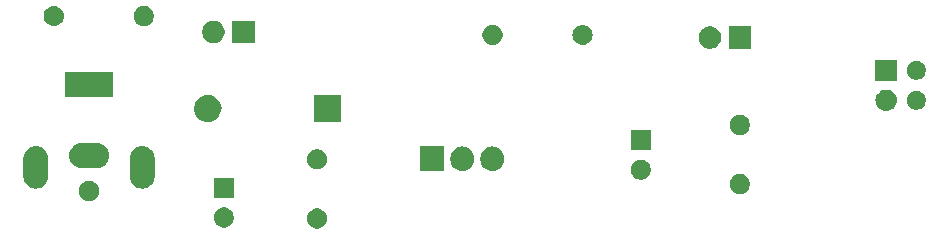
<source format=gbr>
%TF.GenerationSoftware,KiCad,Pcbnew,5.1.4-3.fc30*%
%TF.CreationDate,2019-10-13T17:17:29+02:00*%
%TF.ProjectId,power_supply_5V,706f7765-725f-4737-9570-706c795f3556,1.2*%
%TF.SameCoordinates,Original*%
%TF.FileFunction,Soldermask,Bot*%
%TF.FilePolarity,Negative*%
%FSLAX46Y46*%
G04 Gerber Fmt 4.6, Leading zero omitted, Abs format (unit mm)*
G04 Created by KiCad (PCBNEW 5.1.4-3.fc30) date 2019-10-13 17:17:29*
%MOMM*%
%LPD*%
G04 APERTURE LIST*
%ADD10C,0.150000*%
G04 APERTURE END LIST*
D10*
G36*
X99638428Y-98241703D02*
G01*
X99793300Y-98305853D01*
X99932681Y-98398985D01*
X100051215Y-98517519D01*
X100144347Y-98656900D01*
X100208497Y-98811772D01*
X100241200Y-98976184D01*
X100241200Y-99143816D01*
X100208497Y-99308228D01*
X100144347Y-99463100D01*
X100051215Y-99602481D01*
X99932681Y-99721015D01*
X99793300Y-99814147D01*
X99638428Y-99878297D01*
X99474016Y-99911000D01*
X99306384Y-99911000D01*
X99141972Y-99878297D01*
X98987100Y-99814147D01*
X98847719Y-99721015D01*
X98729185Y-99602481D01*
X98636053Y-99463100D01*
X98571903Y-99308228D01*
X98539200Y-99143816D01*
X98539200Y-98976184D01*
X98571903Y-98811772D01*
X98636053Y-98656900D01*
X98729185Y-98517519D01*
X98847719Y-98398985D01*
X98987100Y-98305853D01*
X99141972Y-98241703D01*
X99306384Y-98209000D01*
X99474016Y-98209000D01*
X99638428Y-98241703D01*
X99638428Y-98241703D01*
G37*
G36*
X91739028Y-98165503D02*
G01*
X91893900Y-98229653D01*
X92033281Y-98322785D01*
X92151815Y-98441319D01*
X92244947Y-98580700D01*
X92309097Y-98735572D01*
X92341800Y-98899984D01*
X92341800Y-99067616D01*
X92309097Y-99232028D01*
X92244947Y-99386900D01*
X92151815Y-99526281D01*
X92033281Y-99644815D01*
X91893900Y-99737947D01*
X91739028Y-99802097D01*
X91574616Y-99834800D01*
X91406984Y-99834800D01*
X91242572Y-99802097D01*
X91087700Y-99737947D01*
X90948319Y-99644815D01*
X90829785Y-99526281D01*
X90736653Y-99386900D01*
X90672503Y-99232028D01*
X90639800Y-99067616D01*
X90639800Y-98899984D01*
X90672503Y-98735572D01*
X90736653Y-98580700D01*
X90829785Y-98441319D01*
X90948319Y-98322785D01*
X91087700Y-98229653D01*
X91242572Y-98165503D01*
X91406984Y-98132800D01*
X91574616Y-98132800D01*
X91739028Y-98165503D01*
X91739028Y-98165503D01*
G37*
G36*
X80335828Y-95907703D02*
G01*
X80490700Y-95971853D01*
X80630081Y-96064985D01*
X80748615Y-96183519D01*
X80841747Y-96322900D01*
X80905897Y-96477772D01*
X80938600Y-96642184D01*
X80938600Y-96809816D01*
X80905897Y-96974228D01*
X80841747Y-97129100D01*
X80748615Y-97268481D01*
X80630081Y-97387015D01*
X80490700Y-97480147D01*
X80335828Y-97544297D01*
X80171416Y-97577000D01*
X80003784Y-97577000D01*
X79839372Y-97544297D01*
X79684500Y-97480147D01*
X79545119Y-97387015D01*
X79426585Y-97268481D01*
X79333453Y-97129100D01*
X79269303Y-96974228D01*
X79236600Y-96809816D01*
X79236600Y-96642184D01*
X79269303Y-96477772D01*
X79333453Y-96322900D01*
X79426585Y-96183519D01*
X79545119Y-96064985D01*
X79684500Y-95971853D01*
X79839372Y-95907703D01*
X80003784Y-95875000D01*
X80171416Y-95875000D01*
X80335828Y-95907703D01*
X80335828Y-95907703D01*
G37*
G36*
X92341800Y-97334800D02*
G01*
X90639800Y-97334800D01*
X90639800Y-95632800D01*
X92341800Y-95632800D01*
X92341800Y-97334800D01*
X92341800Y-97334800D01*
G37*
G36*
X135427028Y-95320703D02*
G01*
X135581900Y-95384853D01*
X135721281Y-95477985D01*
X135839815Y-95596519D01*
X135932947Y-95735900D01*
X135997097Y-95890772D01*
X136029800Y-96055184D01*
X136029800Y-96222816D01*
X135997097Y-96387228D01*
X135932947Y-96542100D01*
X135839815Y-96681481D01*
X135721281Y-96800015D01*
X135581900Y-96893147D01*
X135427028Y-96957297D01*
X135262616Y-96990000D01*
X135094984Y-96990000D01*
X134930572Y-96957297D01*
X134775700Y-96893147D01*
X134636319Y-96800015D01*
X134517785Y-96681481D01*
X134424653Y-96542100D01*
X134360503Y-96387228D01*
X134327800Y-96222816D01*
X134327800Y-96055184D01*
X134360503Y-95890772D01*
X134424653Y-95735900D01*
X134517785Y-95596519D01*
X134636319Y-95477985D01*
X134775700Y-95384853D01*
X134930572Y-95320703D01*
X135094984Y-95288000D01*
X135262616Y-95288000D01*
X135427028Y-95320703D01*
X135427028Y-95320703D01*
G37*
G36*
X84793631Y-92940207D02*
G01*
X84922287Y-92979235D01*
X84991748Y-93000306D01*
X85040381Y-93026301D01*
X85174329Y-93097897D01*
X85334365Y-93229235D01*
X85465703Y-93389271D01*
X85470202Y-93397689D01*
X85563294Y-93571851D01*
X85563294Y-93571852D01*
X85563295Y-93571854D01*
X85623393Y-93769968D01*
X85638600Y-93924370D01*
X85638600Y-95527630D01*
X85623393Y-95682032D01*
X85622569Y-95684747D01*
X85563294Y-95880149D01*
X85548566Y-95907703D01*
X85465703Y-96062729D01*
X85334365Y-96222765D01*
X85174329Y-96354103D01*
X85112356Y-96387228D01*
X84991749Y-96451694D01*
X84991746Y-96451695D01*
X84793632Y-96511793D01*
X84587600Y-96532085D01*
X84381569Y-96511793D01*
X84183455Y-96451695D01*
X84183452Y-96451694D01*
X84062845Y-96387228D01*
X84000872Y-96354103D01*
X83840836Y-96222765D01*
X83709498Y-96062729D01*
X83660924Y-95971853D01*
X83611905Y-95880146D01*
X83551807Y-95682033D01*
X83536600Y-95527631D01*
X83536600Y-93924370D01*
X83551807Y-93769971D01*
X83551807Y-93769969D01*
X83611905Y-93571855D01*
X83611906Y-93571852D01*
X83647121Y-93505970D01*
X83709497Y-93389271D01*
X83840835Y-93229235D01*
X84000871Y-93097897D01*
X84086625Y-93052061D01*
X84183451Y-93000306D01*
X84252912Y-92979235D01*
X84381568Y-92940207D01*
X84587600Y-92919915D01*
X84793631Y-92940207D01*
X84793631Y-92940207D01*
G37*
G36*
X75793631Y-92940207D02*
G01*
X75922287Y-92979235D01*
X75991748Y-93000306D01*
X76040381Y-93026301D01*
X76174329Y-93097897D01*
X76334365Y-93229235D01*
X76465703Y-93389271D01*
X76470202Y-93397689D01*
X76563294Y-93571851D01*
X76563294Y-93571852D01*
X76563295Y-93571854D01*
X76623393Y-93769968D01*
X76638600Y-93924370D01*
X76638600Y-95527630D01*
X76623393Y-95682032D01*
X76622569Y-95684747D01*
X76563294Y-95880149D01*
X76548566Y-95907703D01*
X76465703Y-96062729D01*
X76334365Y-96222765D01*
X76174329Y-96354103D01*
X76112356Y-96387228D01*
X75991749Y-96451694D01*
X75991746Y-96451695D01*
X75793632Y-96511793D01*
X75587600Y-96532085D01*
X75381569Y-96511793D01*
X75183455Y-96451695D01*
X75183452Y-96451694D01*
X75062845Y-96387228D01*
X75000872Y-96354103D01*
X74840836Y-96222765D01*
X74709498Y-96062729D01*
X74660924Y-95971853D01*
X74611905Y-95880146D01*
X74551807Y-95682033D01*
X74536600Y-95527631D01*
X74536600Y-93924370D01*
X74551807Y-93769971D01*
X74551807Y-93769969D01*
X74611905Y-93571855D01*
X74611906Y-93571852D01*
X74647121Y-93505970D01*
X74709497Y-93389271D01*
X74840835Y-93229235D01*
X75000871Y-93097897D01*
X75086625Y-93052061D01*
X75183451Y-93000306D01*
X75252912Y-92979235D01*
X75381568Y-92940207D01*
X75587600Y-92919915D01*
X75793631Y-92940207D01*
X75793631Y-92940207D01*
G37*
G36*
X127047828Y-94112303D02*
G01*
X127202700Y-94176453D01*
X127342081Y-94269585D01*
X127460615Y-94388119D01*
X127553747Y-94527500D01*
X127617897Y-94682372D01*
X127650600Y-94846784D01*
X127650600Y-95014416D01*
X127617897Y-95178828D01*
X127553747Y-95333700D01*
X127460615Y-95473081D01*
X127342081Y-95591615D01*
X127202700Y-95684747D01*
X127047828Y-95748897D01*
X126883416Y-95781600D01*
X126715784Y-95781600D01*
X126551372Y-95748897D01*
X126396500Y-95684747D01*
X126257119Y-95591615D01*
X126138585Y-95473081D01*
X126045453Y-95333700D01*
X125981303Y-95178828D01*
X125948600Y-95014416D01*
X125948600Y-94846784D01*
X125981303Y-94682372D01*
X126045453Y-94527500D01*
X126138585Y-94388119D01*
X126257119Y-94269585D01*
X126396500Y-94176453D01*
X126551372Y-94112303D01*
X126715784Y-94079600D01*
X126883416Y-94079600D01*
X127047828Y-94112303D01*
X127047828Y-94112303D01*
G37*
G36*
X111880519Y-92968920D02*
G01*
X112069680Y-93026301D01*
X112069683Y-93026302D01*
X112162133Y-93075718D01*
X112244012Y-93119483D01*
X112396815Y-93244885D01*
X112522217Y-93397688D01*
X112615399Y-93572019D01*
X112672780Y-93761180D01*
X112687300Y-93908606D01*
X112687300Y-94102193D01*
X112672780Y-94249619D01*
X112630767Y-94388119D01*
X112615398Y-94438783D01*
X112602400Y-94463100D01*
X112522217Y-94613112D01*
X112396815Y-94765915D01*
X112244012Y-94891317D01*
X112069681Y-94984499D01*
X111880520Y-95041880D01*
X111683800Y-95061255D01*
X111487081Y-95041880D01*
X111297920Y-94984499D01*
X111123588Y-94891317D01*
X110970785Y-94765915D01*
X110845383Y-94613112D01*
X110752201Y-94438781D01*
X110694820Y-94249620D01*
X110680300Y-94102194D01*
X110680300Y-93908607D01*
X110694820Y-93761181D01*
X110752201Y-93572020D01*
X110752202Y-93572017D01*
X110844690Y-93398985D01*
X110845383Y-93397688D01*
X110970785Y-93244885D01*
X111123588Y-93119483D01*
X111297919Y-93026301D01*
X111487080Y-92968920D01*
X111683800Y-92949545D01*
X111880519Y-92968920D01*
X111880519Y-92968920D01*
G37*
G36*
X114420519Y-92968920D02*
G01*
X114609680Y-93026301D01*
X114609683Y-93026302D01*
X114702133Y-93075718D01*
X114784012Y-93119483D01*
X114936815Y-93244885D01*
X115062217Y-93397688D01*
X115155399Y-93572019D01*
X115212780Y-93761180D01*
X115227300Y-93908606D01*
X115227300Y-94102193D01*
X115212780Y-94249619D01*
X115170767Y-94388119D01*
X115155398Y-94438783D01*
X115142400Y-94463100D01*
X115062217Y-94613112D01*
X114936815Y-94765915D01*
X114784012Y-94891317D01*
X114609681Y-94984499D01*
X114420520Y-95041880D01*
X114223800Y-95061255D01*
X114027081Y-95041880D01*
X113837920Y-94984499D01*
X113663588Y-94891317D01*
X113510785Y-94765915D01*
X113385383Y-94613112D01*
X113292201Y-94438781D01*
X113234820Y-94249620D01*
X113220300Y-94102194D01*
X113220300Y-93908607D01*
X113234820Y-93761181D01*
X113292201Y-93572020D01*
X113292202Y-93572017D01*
X113384690Y-93398985D01*
X113385383Y-93397688D01*
X113510785Y-93244885D01*
X113663588Y-93119483D01*
X113837919Y-93026301D01*
X114027080Y-92968920D01*
X114223800Y-92949545D01*
X114420519Y-92968920D01*
X114420519Y-92968920D01*
G37*
G36*
X110147300Y-95056400D02*
G01*
X108140300Y-95056400D01*
X108140300Y-92954400D01*
X110147300Y-92954400D01*
X110147300Y-95056400D01*
X110147300Y-95056400D01*
G37*
G36*
X99638428Y-93241703D02*
G01*
X99793300Y-93305853D01*
X99932681Y-93398985D01*
X100051215Y-93517519D01*
X100144347Y-93656900D01*
X100208497Y-93811772D01*
X100241200Y-93976184D01*
X100241200Y-94143816D01*
X100208497Y-94308228D01*
X100144347Y-94463100D01*
X100051215Y-94602481D01*
X99932681Y-94721015D01*
X99793300Y-94814147D01*
X99638428Y-94878297D01*
X99474016Y-94911000D01*
X99306384Y-94911000D01*
X99141972Y-94878297D01*
X98987100Y-94814147D01*
X98847719Y-94721015D01*
X98729185Y-94602481D01*
X98636053Y-94463100D01*
X98571903Y-94308228D01*
X98539200Y-94143816D01*
X98539200Y-93976184D01*
X98571903Y-93811772D01*
X98636053Y-93656900D01*
X98729185Y-93517519D01*
X98847719Y-93398985D01*
X98987100Y-93305853D01*
X99141972Y-93241703D01*
X99306384Y-93209000D01*
X99474016Y-93209000D01*
X99638428Y-93241703D01*
X99638428Y-93241703D01*
G37*
G36*
X80840697Y-92680069D02*
G01*
X80943632Y-92690207D01*
X81141746Y-92750305D01*
X81141749Y-92750306D01*
X81238575Y-92802061D01*
X81324329Y-92847897D01*
X81484365Y-92979235D01*
X81615703Y-93139271D01*
X81652974Y-93209000D01*
X81713294Y-93321851D01*
X81713295Y-93321854D01*
X81773393Y-93519968D01*
X81793685Y-93726000D01*
X81773393Y-93932032D01*
X81721774Y-94102194D01*
X81713294Y-94130149D01*
X81688544Y-94176452D01*
X81615703Y-94312729D01*
X81484365Y-94472765D01*
X81324329Y-94604103D01*
X81238575Y-94649939D01*
X81141749Y-94701694D01*
X81141746Y-94701695D01*
X80943632Y-94761793D01*
X80840697Y-94771931D01*
X80789231Y-94777000D01*
X79385969Y-94777000D01*
X79334503Y-94771931D01*
X79231568Y-94761793D01*
X79033454Y-94701695D01*
X79033451Y-94701694D01*
X78936625Y-94649939D01*
X78850871Y-94604103D01*
X78690835Y-94472765D01*
X78559497Y-94312729D01*
X78486656Y-94176452D01*
X78461906Y-94130149D01*
X78453426Y-94102194D01*
X78401807Y-93932032D01*
X78381515Y-93726000D01*
X78401807Y-93519968D01*
X78461905Y-93321854D01*
X78461906Y-93321851D01*
X78522226Y-93209000D01*
X78559497Y-93139271D01*
X78690835Y-92979235D01*
X78850871Y-92847897D01*
X78936625Y-92802061D01*
X79033451Y-92750306D01*
X79033454Y-92750305D01*
X79231568Y-92690207D01*
X79334503Y-92680069D01*
X79385969Y-92675000D01*
X80789231Y-92675000D01*
X80840697Y-92680069D01*
X80840697Y-92680069D01*
G37*
G36*
X127650600Y-93281600D02*
G01*
X125948600Y-93281600D01*
X125948600Y-91579600D01*
X127650600Y-91579600D01*
X127650600Y-93281600D01*
X127650600Y-93281600D01*
G37*
G36*
X135427028Y-90320703D02*
G01*
X135581900Y-90384853D01*
X135721281Y-90477985D01*
X135839815Y-90596519D01*
X135932947Y-90735900D01*
X135997097Y-90890772D01*
X136029800Y-91055184D01*
X136029800Y-91222816D01*
X135997097Y-91387228D01*
X135932947Y-91542100D01*
X135839815Y-91681481D01*
X135721281Y-91800015D01*
X135581900Y-91893147D01*
X135427028Y-91957297D01*
X135262616Y-91990000D01*
X135094984Y-91990000D01*
X134930572Y-91957297D01*
X134775700Y-91893147D01*
X134636319Y-91800015D01*
X134517785Y-91681481D01*
X134424653Y-91542100D01*
X134360503Y-91387228D01*
X134327800Y-91222816D01*
X134327800Y-91055184D01*
X134360503Y-90890772D01*
X134424653Y-90735900D01*
X134517785Y-90596519D01*
X134636319Y-90477985D01*
X134775700Y-90384853D01*
X134930572Y-90320703D01*
X135094984Y-90288000D01*
X135262616Y-90288000D01*
X135427028Y-90320703D01*
X135427028Y-90320703D01*
G37*
G36*
X101455600Y-90879800D02*
G01*
X99153600Y-90879800D01*
X99153600Y-88577800D01*
X101455600Y-88577800D01*
X101455600Y-90879800D01*
X101455600Y-90879800D01*
G37*
G36*
X90313871Y-88588903D02*
G01*
X90370235Y-88594454D01*
X90587200Y-88660270D01*
X90587202Y-88660271D01*
X90787155Y-88767147D01*
X90962418Y-88910982D01*
X91106253Y-89086245D01*
X91213129Y-89286198D01*
X91213130Y-89286200D01*
X91259027Y-89437501D01*
X91278946Y-89503166D01*
X91301169Y-89728800D01*
X91278946Y-89954434D01*
X91213129Y-90171402D01*
X91106253Y-90371355D01*
X90962418Y-90546618D01*
X90787155Y-90690453D01*
X90587202Y-90797329D01*
X90587200Y-90797330D01*
X90370235Y-90863146D01*
X90313871Y-90868697D01*
X90201145Y-90879800D01*
X90088055Y-90879800D01*
X89975329Y-90868697D01*
X89918965Y-90863146D01*
X89702000Y-90797330D01*
X89701998Y-90797329D01*
X89502045Y-90690453D01*
X89326782Y-90546618D01*
X89182947Y-90371355D01*
X89076071Y-90171402D01*
X89010254Y-89954434D01*
X88988031Y-89728800D01*
X89010254Y-89503166D01*
X89030173Y-89437501D01*
X89076070Y-89286200D01*
X89076071Y-89286198D01*
X89182947Y-89086245D01*
X89326782Y-88910982D01*
X89502045Y-88767147D01*
X89701998Y-88660271D01*
X89702000Y-88660270D01*
X89918965Y-88594454D01*
X89975329Y-88588903D01*
X90088055Y-88577800D01*
X90201145Y-88577800D01*
X90313871Y-88588903D01*
X90313871Y-88588903D01*
G37*
G36*
X147684442Y-88157918D02*
G01*
X147750627Y-88164437D01*
X147920466Y-88215957D01*
X148076991Y-88299622D01*
X148112729Y-88328952D01*
X148214186Y-88412214D01*
X148297448Y-88513671D01*
X148326778Y-88549409D01*
X148410443Y-88705934D01*
X148461963Y-88875773D01*
X148479359Y-89052400D01*
X148461963Y-89229027D01*
X148410443Y-89398866D01*
X148326778Y-89555391D01*
X148314251Y-89570655D01*
X148214186Y-89692586D01*
X148116357Y-89772871D01*
X148076991Y-89805178D01*
X147920466Y-89888843D01*
X147750627Y-89940363D01*
X147684442Y-89946882D01*
X147618260Y-89953400D01*
X147529740Y-89953400D01*
X147463558Y-89946882D01*
X147397373Y-89940363D01*
X147227534Y-89888843D01*
X147071009Y-89805178D01*
X147031643Y-89772871D01*
X146933814Y-89692586D01*
X146833749Y-89570655D01*
X146821222Y-89555391D01*
X146737557Y-89398866D01*
X146686037Y-89229027D01*
X146668641Y-89052400D01*
X146686037Y-88875773D01*
X146737557Y-88705934D01*
X146821222Y-88549409D01*
X146850552Y-88513671D01*
X146933814Y-88412214D01*
X147035271Y-88328952D01*
X147071009Y-88299622D01*
X147227534Y-88215957D01*
X147397373Y-88164437D01*
X147463558Y-88157918D01*
X147529740Y-88151400D01*
X147618260Y-88151400D01*
X147684442Y-88157918D01*
X147684442Y-88157918D01*
G37*
G36*
X150351142Y-88270642D02*
G01*
X150499101Y-88331929D01*
X150632255Y-88420899D01*
X150745501Y-88534145D01*
X150834471Y-88667299D01*
X150895758Y-88815258D01*
X150927000Y-88972325D01*
X150927000Y-89132475D01*
X150895758Y-89289542D01*
X150834471Y-89437501D01*
X150745501Y-89570655D01*
X150632255Y-89683901D01*
X150499101Y-89772871D01*
X150351142Y-89834158D01*
X150194075Y-89865400D01*
X150033925Y-89865400D01*
X149876858Y-89834158D01*
X149728899Y-89772871D01*
X149595745Y-89683901D01*
X149482499Y-89570655D01*
X149393529Y-89437501D01*
X149332242Y-89289542D01*
X149301000Y-89132475D01*
X149301000Y-88972325D01*
X149332242Y-88815258D01*
X149393529Y-88667299D01*
X149482499Y-88534145D01*
X149595745Y-88420899D01*
X149728899Y-88331929D01*
X149876858Y-88270642D01*
X150033925Y-88239400D01*
X150194075Y-88239400D01*
X150351142Y-88270642D01*
X150351142Y-88270642D01*
G37*
G36*
X82138600Y-88777000D02*
G01*
X78036600Y-88777000D01*
X78036600Y-86675000D01*
X82138600Y-86675000D01*
X82138600Y-88777000D01*
X82138600Y-88777000D01*
G37*
G36*
X148475000Y-87413400D02*
G01*
X146673000Y-87413400D01*
X146673000Y-85611400D01*
X148475000Y-85611400D01*
X148475000Y-87413400D01*
X148475000Y-87413400D01*
G37*
G36*
X150351142Y-85730642D02*
G01*
X150499101Y-85791929D01*
X150632255Y-85880899D01*
X150745501Y-85994145D01*
X150834471Y-86127299D01*
X150895758Y-86275258D01*
X150927000Y-86432325D01*
X150927000Y-86592475D01*
X150895758Y-86749542D01*
X150834471Y-86897501D01*
X150745501Y-87030655D01*
X150632255Y-87143901D01*
X150499101Y-87232871D01*
X150351142Y-87294158D01*
X150194075Y-87325400D01*
X150033925Y-87325400D01*
X149876858Y-87294158D01*
X149728899Y-87232871D01*
X149595745Y-87143901D01*
X149482499Y-87030655D01*
X149393529Y-86897501D01*
X149332242Y-86749542D01*
X149301000Y-86592475D01*
X149301000Y-86432325D01*
X149332242Y-86275258D01*
X149393529Y-86127299D01*
X149482499Y-85994145D01*
X149595745Y-85880899D01*
X149728899Y-85791929D01*
X149876858Y-85730642D01*
X150033925Y-85699400D01*
X150194075Y-85699400D01*
X150351142Y-85730642D01*
X150351142Y-85730642D01*
G37*
G36*
X132916195Y-82829346D02*
G01*
X133089266Y-82901034D01*
X133089267Y-82901035D01*
X133245027Y-83005110D01*
X133377490Y-83137573D01*
X133397510Y-83167535D01*
X133481566Y-83293334D01*
X133553254Y-83466405D01*
X133589800Y-83650133D01*
X133589800Y-83837467D01*
X133553254Y-84021195D01*
X133481566Y-84194266D01*
X133460225Y-84226205D01*
X133377490Y-84350027D01*
X133245027Y-84482490D01*
X133166618Y-84534881D01*
X133089266Y-84586566D01*
X132916195Y-84658254D01*
X132732467Y-84694800D01*
X132545133Y-84694800D01*
X132361405Y-84658254D01*
X132188334Y-84586566D01*
X132110982Y-84534881D01*
X132032573Y-84482490D01*
X131900110Y-84350027D01*
X131817375Y-84226205D01*
X131796034Y-84194266D01*
X131724346Y-84021195D01*
X131687800Y-83837467D01*
X131687800Y-83650133D01*
X131724346Y-83466405D01*
X131796034Y-83293334D01*
X131880090Y-83167535D01*
X131900110Y-83137573D01*
X132032573Y-83005110D01*
X132188333Y-82901035D01*
X132188334Y-82901034D01*
X132361405Y-82829346D01*
X132545133Y-82792800D01*
X132732467Y-82792800D01*
X132916195Y-82829346D01*
X132916195Y-82829346D01*
G37*
G36*
X136129800Y-84694800D02*
G01*
X134227800Y-84694800D01*
X134227800Y-82792800D01*
X136129800Y-82792800D01*
X136129800Y-84694800D01*
X136129800Y-84694800D01*
G37*
G36*
X122036023Y-82676513D02*
G01*
X122196442Y-82725176D01*
X122235395Y-82745997D01*
X122344278Y-82804196D01*
X122473859Y-82910541D01*
X122580204Y-83040122D01*
X122580205Y-83040124D01*
X122659224Y-83187958D01*
X122707887Y-83348377D01*
X122724317Y-83515200D01*
X122707887Y-83682023D01*
X122659224Y-83842442D01*
X122618677Y-83918300D01*
X122580204Y-83990278D01*
X122473859Y-84119859D01*
X122344278Y-84226204D01*
X122344276Y-84226205D01*
X122196442Y-84305224D01*
X122036023Y-84353887D01*
X121911004Y-84366200D01*
X121827396Y-84366200D01*
X121702377Y-84353887D01*
X121541958Y-84305224D01*
X121394124Y-84226205D01*
X121394122Y-84226204D01*
X121264541Y-84119859D01*
X121158196Y-83990278D01*
X121119723Y-83918300D01*
X121079176Y-83842442D01*
X121030513Y-83682023D01*
X121014083Y-83515200D01*
X121030513Y-83348377D01*
X121079176Y-83187958D01*
X121158195Y-83040124D01*
X121158196Y-83040122D01*
X121264541Y-82910541D01*
X121394122Y-82804196D01*
X121503005Y-82745997D01*
X121541958Y-82725176D01*
X121702377Y-82676513D01*
X121827396Y-82664200D01*
X121911004Y-82664200D01*
X122036023Y-82676513D01*
X122036023Y-82676513D01*
G37*
G36*
X114497428Y-82696903D02*
G01*
X114652300Y-82761053D01*
X114791681Y-82854185D01*
X114910215Y-82972719D01*
X115003347Y-83112100D01*
X115067497Y-83266972D01*
X115100200Y-83431384D01*
X115100200Y-83599016D01*
X115067497Y-83763428D01*
X115003347Y-83918300D01*
X114910215Y-84057681D01*
X114791681Y-84176215D01*
X114652300Y-84269347D01*
X114497428Y-84333497D01*
X114333016Y-84366200D01*
X114165384Y-84366200D01*
X114000972Y-84333497D01*
X113846100Y-84269347D01*
X113706719Y-84176215D01*
X113588185Y-84057681D01*
X113495053Y-83918300D01*
X113430903Y-83763428D01*
X113398200Y-83599016D01*
X113398200Y-83431384D01*
X113430903Y-83266972D01*
X113495053Y-83112100D01*
X113588185Y-82972719D01*
X113706719Y-82854185D01*
X113846100Y-82761053D01*
X114000972Y-82696903D01*
X114165384Y-82664200D01*
X114333016Y-82664200D01*
X114497428Y-82696903D01*
X114497428Y-82696903D01*
G37*
G36*
X94105500Y-84212200D02*
G01*
X92203500Y-84212200D01*
X92203500Y-82310200D01*
X94105500Y-82310200D01*
X94105500Y-84212200D01*
X94105500Y-84212200D01*
G37*
G36*
X90891895Y-82346746D02*
G01*
X91064966Y-82418434D01*
X91064967Y-82418435D01*
X91220727Y-82522510D01*
X91353190Y-82654973D01*
X91381208Y-82696905D01*
X91457266Y-82810734D01*
X91528954Y-82983805D01*
X91565500Y-83167533D01*
X91565500Y-83354867D01*
X91528954Y-83538595D01*
X91457266Y-83711666D01*
X91457265Y-83711667D01*
X91353190Y-83867427D01*
X91220727Y-83999890D01*
X91188840Y-84021196D01*
X91064966Y-84103966D01*
X90891895Y-84175654D01*
X90708167Y-84212200D01*
X90520833Y-84212200D01*
X90337105Y-84175654D01*
X90164034Y-84103966D01*
X90040160Y-84021196D01*
X90008273Y-83999890D01*
X89875810Y-83867427D01*
X89771735Y-83711667D01*
X89771734Y-83711666D01*
X89700046Y-83538595D01*
X89663500Y-83354867D01*
X89663500Y-83167533D01*
X89700046Y-82983805D01*
X89771734Y-82810734D01*
X89847792Y-82696905D01*
X89875810Y-82654973D01*
X90008273Y-82522510D01*
X90164033Y-82418435D01*
X90164034Y-82418434D01*
X90337105Y-82346746D01*
X90520833Y-82310200D01*
X90708167Y-82310200D01*
X90891895Y-82346746D01*
X90891895Y-82346746D01*
G37*
G36*
X77268523Y-81089013D02*
G01*
X77428942Y-81137676D01*
X77496061Y-81173552D01*
X77576778Y-81216696D01*
X77706359Y-81323041D01*
X77812704Y-81452622D01*
X77812705Y-81452624D01*
X77891724Y-81600458D01*
X77940387Y-81760877D01*
X77956817Y-81927700D01*
X77940387Y-82094523D01*
X77891724Y-82254942D01*
X77851177Y-82330800D01*
X77812704Y-82402778D01*
X77706359Y-82532359D01*
X77576778Y-82638704D01*
X77576776Y-82638705D01*
X77428942Y-82717724D01*
X77268523Y-82766387D01*
X77143504Y-82778700D01*
X77059896Y-82778700D01*
X76934877Y-82766387D01*
X76774458Y-82717724D01*
X76626624Y-82638705D01*
X76626622Y-82638704D01*
X76497041Y-82532359D01*
X76390696Y-82402778D01*
X76352223Y-82330800D01*
X76311676Y-82254942D01*
X76263013Y-82094523D01*
X76246583Y-81927700D01*
X76263013Y-81760877D01*
X76311676Y-81600458D01*
X76390695Y-81452624D01*
X76390696Y-81452622D01*
X76497041Y-81323041D01*
X76626622Y-81216696D01*
X76707339Y-81173552D01*
X76774458Y-81137676D01*
X76934877Y-81089013D01*
X77059896Y-81076700D01*
X77143504Y-81076700D01*
X77268523Y-81089013D01*
X77268523Y-81089013D01*
G37*
G36*
X84969928Y-81109403D02*
G01*
X85124800Y-81173553D01*
X85264181Y-81266685D01*
X85382715Y-81385219D01*
X85475847Y-81524600D01*
X85539997Y-81679472D01*
X85572700Y-81843884D01*
X85572700Y-82011516D01*
X85539997Y-82175928D01*
X85475847Y-82330800D01*
X85382715Y-82470181D01*
X85264181Y-82588715D01*
X85124800Y-82681847D01*
X84969928Y-82745997D01*
X84805516Y-82778700D01*
X84637884Y-82778700D01*
X84473472Y-82745997D01*
X84318600Y-82681847D01*
X84179219Y-82588715D01*
X84060685Y-82470181D01*
X83967553Y-82330800D01*
X83903403Y-82175928D01*
X83870700Y-82011516D01*
X83870700Y-81843884D01*
X83903403Y-81679472D01*
X83967553Y-81524600D01*
X84060685Y-81385219D01*
X84179219Y-81266685D01*
X84318600Y-81173553D01*
X84473472Y-81109403D01*
X84637884Y-81076700D01*
X84805516Y-81076700D01*
X84969928Y-81109403D01*
X84969928Y-81109403D01*
G37*
M02*

</source>
